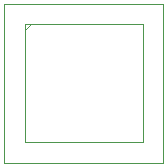
<source format=gbr>
%TF.GenerationSoftware,Novarm,DipTrace,3.3.0.1*%
%TF.CreationDate,2018-11-14T10:18:29-08:00*%
%FSLAX26Y26*%
%MOIN*%
%TF.FileFunction,Drawing,Top*%
%TF.Part,Single*%
%ADD32C,0.001969*%
%ADD33C,0.003937*%
G75*
G01*
%LPD*%
X1905314Y1573326D2*
D32*
X2434842D1*
Y1043798D1*
X1905314D1*
Y1573326D1*
X1973253Y1505388D2*
D33*
X2366903D1*
Y1111737D1*
X1973253D1*
Y1505388D1*
Y1485742D2*
X1992898Y1505388D1*
M02*

</source>
